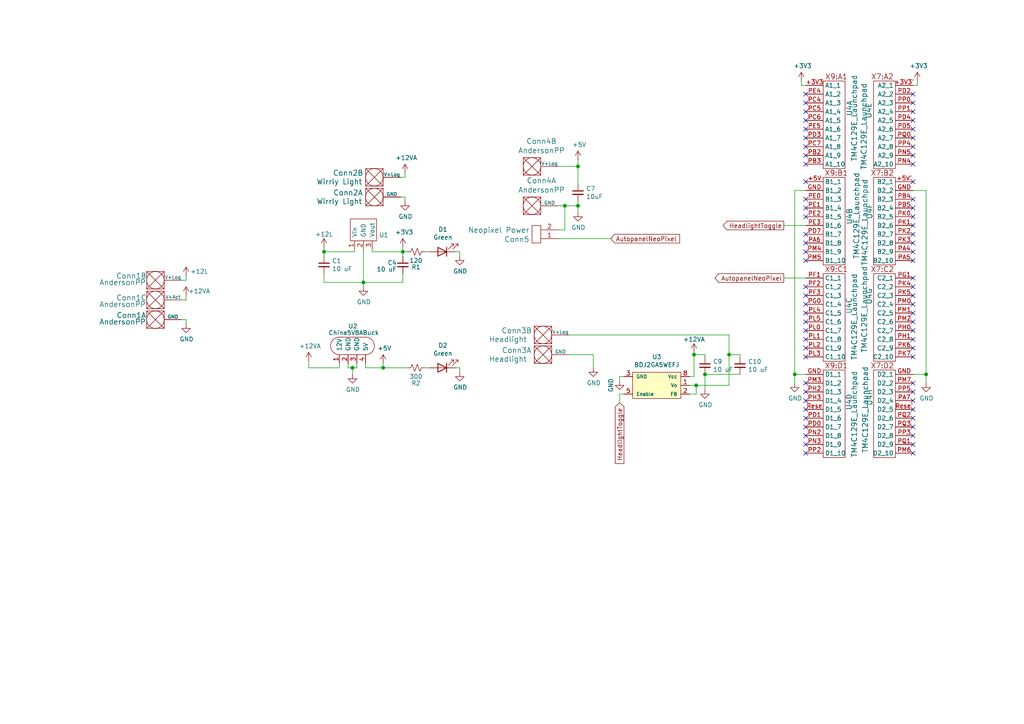
<source format=kicad_sch>
(kicad_sch (version 20211123) (generator eeschema)
  (paper "A4")
  (lib_symbols
    (symbol "2022-Multimedia-Rev1-rescue:+3.3V-power" (power) (pin_names (offset 0))
      (property "Value" "+3.3V-power" (at 0 3.556 0))
      (symbol "+3.3V-power_0_1"
        (polyline (pts (xy -0.762 1.27) (xy 0 2.54)))
        (polyline (pts (xy 0 0) (xy 0 2.54)))
        (polyline (pts (xy 0 2.54) (xy 0.762 1.27)))
      )
      (symbol "+3.3V-power_1_1"
        (pin power_in line (at 0 0 90) (length 0) hide (name "+3V3") (number "1"))
      )
    )
    (symbol "2022-Multimedia-Rev1-rescue:TSR1-2433-MRDT_Devices" (pin_names (offset 1.016))
      (property "Reference" "U" (at 10.16 0 0))
      (symbol "TSR1-2433-MRDT_Devices_0_0"
        (rectangle (start 2.54 3.81) (end 8.89 -3.81))
      )
      (symbol "TSR1-2433-MRDT_Devices_1_1"
        (pin input line (at 0 2.54 0) (length 2.54) (name "Vin") (number "1"))
        (pin input line (at 0 0 0) (length 2.54) (name "GND") (number "2"))
        (pin input line (at 0 -2.54 0) (length 2.54) (name "Vout") (number "3"))
      )
    )
    (symbol "Device:C_Small" (pin_numbers hide) (pin_names (offset 0.254) hide)
      (property "Reference" "C" (at 0.254 1.778 0))
      (property "Value" "C_Small" (at 0.254 -2.032 0))
      (symbol "C_Small_0_1"
        (polyline (pts (xy -1.524 -0.508) (xy 1.524 -0.508)) (stroke (width 0.3302)))
        (polyline (pts (xy -1.524 0.508) (xy 1.524 0.508)) (stroke (width 0.3048)))
      )
      (symbol "C_Small_1_1"
        (pin passive line (at 0 2.54 270) (length 2.032) (name "~") (number "1"))
        (pin passive line (at 0 -2.54 90) (length 2.032) (name "~") (number "2"))
      )
    )
    (symbol "Device:LED" (pin_numbers hide) (pin_names (offset 1.016) hide)
      (property "Reference" "D" (at 0 2.54 0))
      (property "Value" "LED" (at 0 -2.54 0))
      (symbol "LED_0_1"
        (polyline (pts (xy -1.27 -1.27) (xy -1.27 1.27)) (stroke (width 0.254)))
        (polyline (pts (xy -1.27 0) (xy 1.27 0)))
        (polyline (pts (xy 1.27 -1.27) (xy 1.27 1.27) (xy -1.27 0) (xy 1.27 -1.27)) (stroke (width 0.254)))
        (polyline (pts (xy -3.048 -0.762) (xy -4.572 -2.286) (xy -3.81 -2.286) (xy -4.572 -2.286) (xy -4.572 -1.524)))
        (polyline (pts (xy -1.778 -0.762) (xy -3.302 -2.286) (xy -2.54 -2.286) (xy -3.302 -2.286) (xy -3.302 -1.524)))
      )
      (symbol "LED_1_1"
        (pin passive line (at -3.81 0 0) (length 2.54) (name "K") (number "1"))
        (pin passive line (at 3.81 0 180) (length 2.54) (name "A") (number "2"))
      )
    )
    (symbol "Device:R_Small_US" (pin_numbers hide) (pin_names (offset 0.254) hide)
      (property "Reference" "R" (at 0.762 0.508 0))
      (property "Value" "R_Small_US" (at 0.762 -1.016 0))
      (symbol "R_Small_US_1_1"
        (polyline (pts (xy 0 0) (xy 1.016 -0.381) (xy 0 -0.762) (xy -1.016 -1.143) (xy 0 -1.524)))
        (polyline (pts (xy 0 1.524) (xy 1.016 1.143) (xy 0 0.762) (xy -1.016 0.381) (xy 0 0)))
        (pin passive line (at 0 2.54 270) (length 1.016) (name "~") (number "1"))
        (pin passive line (at 0 -2.54 90) (length 1.016) (name "~") (number "2"))
      )
    )
    (symbol "MRDT_Connectors:AndersonPP" (pin_numbers hide) (pin_names (offset 0))
      (property "Reference" "Conn" (at 3.81 -1.27 0))
      (property "Value" "AndersonPP" (at 2.54 6.35 0))
      (symbol "AndersonPP_0_1"
        (polyline (pts (xy 0 5.08) (xy 5.08 0)))
        (polyline (pts (xy 5.08 5.08) (xy 0 0)))
        (rectangle (start 0 0) (end 5.08 5.08))
        (circle (center 2.54 2.54) (radius 2.54))
      )
      (symbol "AndersonPP_1_1"
        (pin input line (at 10.16 2.54 180) (length 5.08) (name "GND") (number "1"))
      )
      (symbol "AndersonPP_2_1"
        (pin input line (at 10.16 2.54 180) (length 5.08) (name "V+Log") (number "2"))
      )
      (symbol "AndersonPP_3_1"
        (pin input line (at 10.16 2.54 180) (length 5.08) (name "V+Act") (number "3"))
      )
      (symbol "AndersonPP_4_1"
        (pin input line (at 10.16 2.54 180) (length 5.08) (name "PV+") (number "4"))
      )
      (symbol "AndersonPP_5_1"
        (pin input line (at 10.16 2.54 180) (length 5.08) (name "~") (number "1"))
      )
    )
    (symbol "MRDT_Connectors:Molex_uF_S_02" (pin_names (offset 1.016))
      (property "Reference" "Conn" (at 3.81 -1.27 0))
      (property "Value" "Molex_uF_S_02" (at 1.27 6.35 0))
      (symbol "Molex_uF_S_02_0_1"
        (rectangle (start 0 5.08) (end 2.54 0))
      )
      (symbol "Molex_uF_S_02_1_1"
        (pin bidirectional line (at -5.08 3.81 0) (length 5.08) (name "~") (number "1"))
        (pin bidirectional line (at -5.08 1.27 0) (length 5.08) (name "~") (number "2"))
      )
    )
    (symbol "MRDT_Shields:TM4C129E_Launchpad"
      (property "Reference" "U" (at 2.54 -1.27 0))
      (property "Value" "TM4C129E_Launchpad" (at 2.54 29.21 0))
      (symbol "TM4C129E_Launchpad_0_0"
        (rectangle (start 0 0) (end 6.35 25.4))
      )
      (symbol "TM4C129E_Launchpad_1_0"
        (text "X9:A1" (at 3.81 26.67 0) (effects (font (size 1.524 1.524))))
      )
      (symbol "TM4C129E_Launchpad_1_1"
        (pin input line (at -5.08 24.13 0) (length 5.08) (name "A1_1") (number "+3V3"))
        (pin input line (at -5.08 3.81 0) (length 5.08) (name "A1_9") (number "PB2"))
        (pin input line (at -5.08 1.27 0) (length 5.08) (name "A1_10") (number "PB3"))
        (pin input line (at -5.08 19.05 0) (length 5.08) (name "A1_3") (number "PC4"))
        (pin input line (at -5.08 16.51 0) (length 5.08) (name "A1_4") (number "PC5"))
        (pin input line (at -5.08 13.97 0) (length 5.08) (name "A1_5") (number "PC6"))
        (pin input line (at -5.08 6.35 0) (length 5.08) (name "A1_8") (number "PC7"))
        (pin input line (at -5.08 8.89 0) (length 5.08) (name "A1_7") (number "PD3"))
        (pin input line (at -5.08 21.59 0) (length 5.08) (name "A1_2") (number "PE4"))
        (pin input line (at -5.08 11.43 0) (length 5.08) (name "A1_6") (number "PE5"))
      )
      (symbol "TM4C129E_Launchpad_2_0"
        (text "X9:B1" (at 3.81 26.67 0) (effects (font (size 1.524 1.524))))
      )
      (symbol "TM4C129E_Launchpad_2_1"
        (pin input line (at -5.08 24.13 0) (length 5.08) (name "B1_1") (number "+5V"))
        (pin input line (at -5.08 21.59 0) (length 5.08) (name "B1_2") (number "GND"))
        (pin input line (at -5.08 6.35 0) (length 5.08) (name "B1_8") (number "PA6"))
        (pin input line (at -5.08 8.89 0) (length 5.08) (name "B1_7") (number "PD7"))
        (pin input line (at -5.08 19.05 0) (length 5.08) (name "B1_3") (number "PE0"))
        (pin input line (at -5.08 16.51 0) (length 5.08) (name "B1_4") (number "PE1"))
        (pin input line (at -5.08 13.97 0) (length 5.08) (name "B1_5") (number "PE2"))
        (pin input line (at -5.08 11.43 0) (length 5.08) (name "B1_6") (number "PE3"))
        (pin input line (at -5.08 3.81 0) (length 5.08) (name "B1_9") (number "PM4"))
        (pin input line (at -5.08 1.27 0) (length 5.08) (name "B1_10") (number "PM5"))
      )
      (symbol "TM4C129E_Launchpad_3_0"
        (text "X9:C1" (at 3.81 26.67 0) (effects (font (size 1.524 1.524))))
      )
      (symbol "TM4C129E_Launchpad_3_1"
        (pin input line (at -5.08 24.13 0) (length 5.08) (name "C1_1") (number "PF1"))
        (pin input line (at -5.08 21.59 0) (length 5.08) (name "C1_2") (number "PF2"))
        (pin input line (at -5.08 19.05 0) (length 5.08) (name "C1_3") (number "PF3"))
        (pin input line (at -5.08 16.51 0) (length 5.08) (name "C1_4") (number "PG0"))
        (pin input line (at -5.08 8.89 0) (length 5.08) (name "C1_7") (number "PL0"))
        (pin input line (at -5.08 6.35 0) (length 5.08) (name "C1_8") (number "PL1"))
        (pin input line (at -5.08 3.81 0) (length 5.08) (name "C1_9") (number "PL2"))
        (pin input line (at -5.08 1.27 0) (length 5.08) (name "C1_10") (number "PL3"))
        (pin input line (at -5.08 13.97 0) (length 5.08) (name "C1_5") (number "PL4"))
        (pin input line (at -5.08 11.43 0) (length 5.08) (name "C1_6") (number "PL5"))
      )
      (symbol "TM4C129E_Launchpad_4_0"
        (text "X9:D1" (at 3.81 26.67 0) (effects (font (size 1.524 1.524))))
      )
      (symbol "TM4C129E_Launchpad_4_1"
        (pin input line (at -5.08 24.13 0) (length 5.08) (name "D1_1") (number "GND"))
        (pin input line (at -5.08 8.89 0) (length 5.08) (name "D1_7") (number "PD0"))
        (pin input line (at -5.08 11.43 0) (length 5.08) (name "D1_6") (number "PD1"))
        (pin input line (at -5.08 19.05 0) (length 5.08) (name "D1_3") (number "PH2"))
        (pin input line (at -5.08 16.51 0) (length 5.08) (name "D1_4") (number "PH3"))
        (pin input line (at -5.08 21.59 0) (length 5.08) (name "D1_2") (number "PM3"))
        (pin input line (at -5.08 6.35 0) (length 5.08) (name "D1_8") (number "PN2"))
        (pin input line (at -5.08 3.81 0) (length 5.08) (name "D1_9") (number "PN3"))
        (pin input line (at -5.08 1.27 0) (length 5.08) (name "D1_10") (number "PP2"))
        (pin input line (at -5.08 13.97 0) (length 5.08) (name "D1_5") (number "Rese"))
      )
      (symbol "TM4C129E_Launchpad_5_0"
        (text "X7:A2" (at 3.81 26.67 0) (effects (font (size 1.524 1.524))))
      )
      (symbol "TM4C129E_Launchpad_5_1"
        (pin input line (at -5.08 24.13 0) (length 5.08) (name "A2_1") (number "+3V3'"))
        (pin input line (at -5.08 21.59 0) (length 5.08) (name "A2_2") (number "PD2"))
        (pin input line (at -5.08 13.97 0) (length 5.08) (name "A2_5") (number "PD4"))
        (pin input line (at -5.08 11.43 0) (length 5.08) (name "A2_6") (number "PD5"))
        (pin input line (at -5.08 1.27 0) (length 5.08) (name "A2_10") (number "PN4"))
        (pin input line (at -5.08 3.81 0) (length 5.08) (name "A2_9") (number "PN5"))
        (pin input line (at -5.08 19.05 0) (length 5.08) (name "A2_3") (number "PP0"))
        (pin input line (at -5.08 16.51 0) (length 5.08) (name "A2_4") (number "PP1"))
        (pin input line (at -5.08 6.35 0) (length 5.08) (name "A2_8") (number "PP4"))
        (pin input line (at -5.08 8.89 0) (length 5.08) (name "A2_7") (number "PQ0"))
      )
      (symbol "TM4C129E_Launchpad_6_0"
        (text "X7:B2" (at 3.81 26.67 0) (effects (font (size 1.524 1.524))))
      )
      (symbol "TM4C129E_Launchpad_6_1"
        (pin input line (at -5.08 24.13 0) (length 5.08) (name "B2_1") (number "+5V'"))
        (pin input line (at -5.08 21.59 0) (length 5.08) (name "B2_2") (number "GND"))
        (pin input line (at -5.08 3.81 0) (length 5.08) (name "B2_9") (number "PA4"))
        (pin input line (at -5.08 1.27 0) (length 5.08) (name "B2_10") (number "PA5"))
        (pin input line (at -5.08 19.05 0) (length 5.08) (name "B2_3") (number "PB4"))
        (pin input line (at -5.08 16.51 0) (length 5.08) (name "B2_4") (number "PB5"))
        (pin input line (at -5.08 13.97 0) (length 5.08) (name "B2_5") (number "PK0"))
        (pin input line (at -5.08 11.43 0) (length 5.08) (name "B2_6") (number "PK1"))
        (pin input line (at -5.08 8.89 0) (length 5.08) (name "B2_7") (number "PK2"))
        (pin input line (at -5.08 6.35 0) (length 5.08) (name "B2_8") (number "PK3"))
      )
      (symbol "TM4C129E_Launchpad_7_0"
        (text "X7:C2" (at 3.81 26.67 0) (effects (font (size 1.524 1.524))))
      )
      (symbol "TM4C129E_Launchpad_7_1"
        (pin input line (at -5.08 24.13 0) (length 5.08) (name "C2_1") (number "PG1"))
        (pin input line (at -5.08 8.89 0) (length 5.08) (name "C2_7") (number "PH0"))
        (pin input line (at -5.08 6.35 0) (length 5.08) (name "C2_8") (number "PH1"))
        (pin input line (at -5.08 21.59 0) (length 5.08) (name "C2_2") (number "PK4"))
        (pin input line (at -5.08 19.05 0) (length 5.08) (name "C2_3") (number "PK5"))
        (pin input line (at -5.08 3.81 0) (length 5.08) (name "C2_9") (number "PK6"))
        (pin input line (at -5.08 1.27 0) (length 5.08) (name "C2_10") (number "PK7"))
        (pin input line (at -5.08 16.51 0) (length 5.08) (name "C2_4") (number "PM0"))
        (pin input line (at -5.08 13.97 0) (length 5.08) (name "C2_5") (number "PM1"))
        (pin input line (at -5.08 11.43 0) (length 5.08) (name "C2_6") (number "PM2"))
      )
      (symbol "TM4C129E_Launchpad_8_0"
        (text "X7:D2" (at 3.81 26.67 0) (effects (font (size 1.524 1.524))))
      )
      (symbol "TM4C129E_Launchpad_8_1"
        (pin input line (at -5.08 24.13 0) (length 5.08) (name "D2_1") (number "GND"))
        (pin input line (at -5.08 16.51 0) (length 5.08) (name "D2_4") (number "PA7"))
        (pin input line (at -5.08 1.27 0) (length 5.08) (name "D2_10") (number "PM6"))
        (pin input line (at -5.08 21.59 0) (length 5.08) (name "D2_2") (number "PM7"))
        (pin input line (at -5.08 6.35 0) (length 5.08) (name "D2_8") (number "PP3"))
        (pin input line (at -5.08 19.05 0) (length 5.08) (name "D2_3") (number "PP5"))
        (pin input line (at -5.08 3.81 0) (length 5.08) (name "D2_9") (number "PQ1"))
        (pin input line (at -5.08 11.43 0) (length 5.08) (name "D2_6") (number "PQ2"))
        (pin input line (at -5.08 8.89 0) (length 5.08) (name "D2_7") (number "PQ3"))
        (pin input line (at -5.08 13.97 0) (length 5.08) (name "D2_5") (number "Rese'"))
      )
    )
    (symbol "Multimedia_IC:BDJ2GA5WEFJ" (pin_names (offset 1.016))
      (property "Reference" "U" (at 0 -4.445 0))
      (property "Value" "BDJ2GA5WEFJ" (at 0.635 -6.35 0))
      (symbol "BDJ2GA5WEFJ_0_0"
        (rectangle (start -6.35 -15.24) (end 7.62 -7.62) (fill (type background)))
      )
      (symbol "BDJ2GA5WEFJ_1_1"
        (pin output line (at 10.16 -11.43 180) (length 2.54) (name "Vo") (number "1"))
        (pin output line (at 10.16 -13.97 180) (length 2.54) (name "FB") (number "2"))
        (pin power_out line (at -8.89 -8.89 0) (length 2.54) (name "GND") (number "3"))
        (pin input line (at -8.89 -13.97 0) (length 2.54) (name "Enable") (number "5"))
        (pin input line (at 10.16 -8.89 180) (length 2.54) (name "Vcc") (number "8"))
      )
    )
    (symbol "Multimedia_IC:China5V8ABuck" (pin_names (offset 1.016))
      (property "Reference" "U" (at 0 2.54 0))
      (property "Value" "China5V8ABuck" (at 0 0 0))
      (symbol "China5V8ABuck_0_1"
        (arc (start -3.81 -2.54) (mid -6.35 -5.08) (end -3.81 -7.62))
        (polyline (pts (xy -3.81 -7.62) (xy 3.81 -7.62)))
        (polyline (pts (xy 3.81 -2.54) (xy -3.81 -2.54)))
        (arc (start 3.81 -7.62) (mid 6.35 -5.08) (end 3.81 -2.54))
      )
      (symbol "China5V8ABuck_1_1"
        (pin input line (at -3.81 -10.16 90) (length 2.54) (name "12V") (number "1"))
        (pin input line (at -1.27 -10.16 90) (length 2.54) (name "GND") (number "2"))
        (pin output line (at 1.27 -10.16 90) (length 2.54) (name "GND") (number "3"))
        (pin output line (at 3.81 -10.16 90) (length 2.54) (name "5V") (number "4"))
      )
    )
    (symbol "power:+12L" (power) (pin_names (offset 0))
      (property "Value" "+12L" (at 0 3.556 0))
      (symbol "+12L_0_1"
        (polyline (pts (xy -0.762 1.27) (xy 0 2.54)))
        (polyline (pts (xy 0 0) (xy 0 2.54)))
        (polyline (pts (xy 0 2.54) (xy 0.762 1.27)))
      )
      (symbol "+12L_1_1"
        (pin power_in line (at 0 0 90) (length 0) hide (name "+12L") (number "1"))
      )
    )
    (symbol "power:+12VA" (power) (pin_names (offset 0))
      (property "Value" "+12VA" (at 0 3.556 0))
      (symbol "+12VA_0_1"
        (polyline (pts (xy -0.762 1.27) (xy 0 2.54)))
        (polyline (pts (xy 0 0) (xy 0 2.54)))
        (polyline (pts (xy 0 2.54) (xy 0.762 1.27)))
      )
      (symbol "+12VA_1_1"
        (pin power_in line (at 0 0 90) (length 0) hide (name "+12VA") (number "1"))
      )
    )
    (symbol "power:+5V" (power) (pin_names (offset 0))
      (property "Value" "+5V" (at 0 3.556 0))
      (symbol "+5V_0_1"
        (polyline (pts (xy -0.762 1.27) (xy 0 2.54)))
        (polyline (pts (xy 0 0) (xy 0 2.54)))
        (polyline (pts (xy 0 2.54) (xy 0.762 1.27)))
      )
      (symbol "+5V_1_1"
        (pin power_in line (at 0 0 90) (length 0) hide (name "+5V") (number "1"))
      )
    )
    (symbol "power:GND" (power) (pin_names (offset 0))
      (property "Value" "GND" (at 0 -3.81 0))
      (symbol "GND_0_1"
        (polyline (pts (xy 0 0) (xy 0 -1.27) (xy 1.27 -1.27) (xy 0 -2.54) (xy -1.27 -1.27) (xy 0 -1.27)))
      )
      (symbol "GND_1_1"
        (pin power_in line (at 0 0 270) (length 0) hide (name "GND") (number "1"))
      )
    )
  )
  (junction (at 102.235 106.68))
  (junction (at 111.125 106.68))
  (junction (at 201.295 102.87))
  (junction (at 116.84 73.025))
  (junction (at 105.41 81.915))
  (junction (at 163.83 59.69))
  (junction (at 211.455 102.87))
  (junction (at 93.98 73.025))
  (junction (at 204.47 108.585))
  (junction (at 268.605 108.585))
  (junction (at 201.93 111.76))
  (junction (at 230.505 108.585))
  (junction (at 167.64 48.26))
  (junction (at 167.64 59.69))
  (no_connect (at 233.68 60.325))
  (no_connect (at 264.795 34.925))
  (no_connect (at 233.68 111.125))
  (no_connect (at 264.795 131.445))
  (no_connect (at 233.68 128.905))
  (no_connect (at 264.795 27.305))
  (no_connect (at 264.795 75.565))
  (no_connect (at 264.795 93.345))
  (no_connect (at 264.795 128.905))
  (no_connect (at 233.68 70.485))
  (no_connect (at 264.795 47.625))
  (no_connect (at 264.795 95.885))
  (no_connect (at 233.68 40.005))
  (no_connect (at 233.68 95.885))
  (no_connect (at 233.68 93.345))
  (no_connect (at 233.68 118.745))
  (no_connect (at 264.795 32.385))
  (no_connect (at 264.795 80.645))
  (no_connect (at 233.68 88.265))
  (no_connect (at 233.68 42.545))
  (no_connect (at 264.795 85.725))
  (no_connect (at 233.68 62.865))
  (no_connect (at 264.795 113.665))
  (no_connect (at 264.795 65.405))
  (no_connect (at 264.795 60.325))
  (no_connect (at 264.795 123.825))
  (no_connect (at 264.795 118.745))
  (no_connect (at 233.68 34.925))
  (no_connect (at 233.68 85.725))
  (no_connect (at 233.68 47.625))
  (no_connect (at 233.68 90.805))
  (no_connect (at 264.795 83.185))
  (no_connect (at 264.795 62.865))
  (no_connect (at 233.68 121.285))
  (no_connect (at 264.795 98.425))
  (no_connect (at 233.68 73.025))
  (no_connect (at 233.68 98.425))
  (no_connect (at 233.68 32.385))
  (no_connect (at 264.795 70.485))
  (no_connect (at 264.795 116.205))
  (no_connect (at 264.795 40.005))
  (no_connect (at 264.795 45.085))
  (no_connect (at 233.68 29.845))
  (no_connect (at 233.68 131.445))
  (no_connect (at 264.795 67.945))
  (no_connect (at 264.795 29.845))
  (no_connect (at 264.795 37.465))
  (no_connect (at 233.68 67.945))
  (no_connect (at 233.68 75.565))
  (no_connect (at 233.68 45.085))
  (no_connect (at 264.795 126.365))
  (no_connect (at 233.68 37.465))
  (no_connect (at 233.68 126.365))
  (no_connect (at 233.68 123.825))
  (no_connect (at 264.795 52.705))
  (no_connect (at 233.68 113.665))
  (no_connect (at 264.795 103.505))
  (no_connect (at 233.68 83.185))
  (no_connect (at 264.795 90.805))
  (no_connect (at 233.68 27.305))
  (no_connect (at 264.795 121.285))
  (no_connect (at 233.68 52.705))
  (no_connect (at 264.795 73.025))
  (no_connect (at 233.68 103.505))
  (no_connect (at 233.68 100.965))
  (no_connect (at 233.68 57.785))
  (no_connect (at 264.795 57.785))
  (no_connect (at 264.795 111.125))
  (no_connect (at 264.795 100.965))
  (no_connect (at 264.795 88.265))
  (no_connect (at 233.68 116.205))
  (no_connect (at 264.795 42.545))
  (wire (pts (xy 116.84 74.295) (xy 116.84 73.025)))
  (wire (pts (xy 204.47 113.03) (xy 204.47 108.585)))
  (wire (pts (xy 230.505 108.585) (xy 230.505 111.125)))
  (wire (pts (xy 167.64 48.26) (xy 167.64 46.355)))
  (wire (pts (xy 103.505 105.41) (xy 103.505 106.68)))
  (wire (pts (xy 93.98 73.025) (xy 93.98 71.755)))
  (wire (pts (xy 161.925 69.215) (xy 177.165 69.215)))
  (wire (pts (xy 107.95 73.025) (xy 107.95 72.39)))
  (wire (pts (xy 214.63 108.585) (xy 204.47 108.585)))
  (wire (pts (xy 53.975 81.28) (xy 53.975 80.01)))
  (wire (pts (xy 264.795 24.765) (xy 266.065 24.765)))
  (wire (pts (xy 89.535 106.68) (xy 89.535 104.775)))
  (wire (pts (xy 117.475 57.15) (xy 117.475 58.42)))
  (wire (pts (xy 100.965 106.68) (xy 100.965 105.41)))
  (wire (pts (xy 102.235 106.68) (xy 102.235 108.585)))
  (wire (pts (xy 117.475 51.435) (xy 117.475 50.165)))
  (wire (pts (xy 165.1 102.87) (xy 172.085 102.87)))
  (wire (pts (xy 201.93 111.76) (xy 211.455 111.76)))
  (wire (pts (xy 211.455 102.87) (xy 214.63 102.87)))
  (wire (pts (xy 204.47 102.87) (xy 204.47 103.505)))
  (wire (pts (xy 200.025 111.76) (xy 201.93 111.76)))
  (wire (pts (xy 268.605 108.585) (xy 268.605 111.125)))
  (wire (pts (xy 132.08 73.025) (xy 133.35 73.025)))
  (wire (pts (xy 102.87 72.39) (xy 102.87 73.025)))
  (wire (pts (xy 116.84 81.915) (xy 105.41 81.915)))
  (wire (pts (xy 53.975 86.995) (xy 53.975 85.725)))
  (wire (pts (xy 93.98 73.025) (xy 93.98 74.295)))
  (wire (pts (xy 111.125 106.68) (xy 106.045 106.68)))
  (wire (pts (xy 106.045 106.68) (xy 106.045 105.41)))
  (wire (pts (xy 214.63 102.87) (xy 214.63 103.505)))
  (wire (pts (xy 211.455 102.87) (xy 211.455 111.76)))
  (wire (pts (xy 201.295 102.87) (xy 204.47 102.87)))
  (wire (pts (xy 211.455 102.87) (xy 211.455 97.155)))
  (wire (pts (xy 167.64 59.69) (xy 167.64 58.42)))
  (wire (pts (xy 163.83 66.675) (xy 161.925 66.675)))
  (wire (pts (xy 179.705 109.22) (xy 179.705 110.49)))
  (wire (pts (xy 133.35 73.025) (xy 133.35 74.295)))
  (wire (pts (xy 161.925 59.69) (xy 163.83 59.69)))
  (wire (pts (xy 52.705 81.28) (xy 53.975 81.28)))
  (wire (pts (xy 93.98 73.025) (xy 102.87 73.025)))
  (wire (pts (xy 105.41 72.39) (xy 105.41 81.915)))
  (wire (pts (xy 268.605 55.245) (xy 268.605 108.585)))
  (wire (pts (xy 52.705 86.995) (xy 53.975 86.995)))
  (wire (pts (xy 133.35 106.68) (xy 133.35 107.95)))
  (wire (pts (xy 179.705 114.3) (xy 179.705 116.84)))
  (wire (pts (xy 98.425 105.41) (xy 98.425 106.68)))
  (wire (pts (xy 180.975 114.3) (xy 179.705 114.3)))
  (wire (pts (xy 116.84 73.025) (xy 118.11 73.025)))
  (wire (pts (xy 232.41 24.765) (xy 233.68 24.765)))
  (wire (pts (xy 163.83 59.69) (xy 163.83 66.675)))
  (wire (pts (xy 132.08 106.68) (xy 133.35 106.68)))
  (wire (pts (xy 233.68 108.585) (xy 230.505 108.585)))
  (wire (pts (xy 116.205 57.15) (xy 117.475 57.15)))
  (wire (pts (xy 180.975 109.22) (xy 179.705 109.22)))
  (wire (pts (xy 93.98 81.915) (xy 105.41 81.915)))
  (wire (pts (xy 163.83 59.69) (xy 167.64 59.69)))
  (wire (pts (xy 232.41 23.495) (xy 232.41 24.765)))
  (wire (pts (xy 53.975 92.71) (xy 53.975 93.98)))
  (wire (pts (xy 116.205 51.435) (xy 117.475 51.435)))
  (wire (pts (xy 200.025 109.22) (xy 201.295 109.22)))
  (wire (pts (xy 105.41 81.915) (xy 105.41 83.185)))
  (wire (pts (xy 264.795 108.585) (xy 268.605 108.585)))
  (wire (pts (xy 98.425 106.68) (xy 89.535 106.68)))
  (wire (pts (xy 123.19 106.68) (xy 124.46 106.68)))
  (wire (pts (xy 111.125 106.68) (xy 111.125 105.41)))
  (wire (pts (xy 172.085 102.87) (xy 172.085 106.68)))
  (wire (pts (xy 167.64 53.34) (xy 167.64 48.26)))
  (wire (pts (xy 201.295 102.87) (xy 201.295 109.22)))
  (wire (pts (xy 233.68 65.405) (xy 227.33 65.405)))
  (wire (pts (xy 165.1 97.155) (xy 211.455 97.155)))
  (wire (pts (xy 116.84 71.755) (xy 116.84 73.025)))
  (wire (pts (xy 167.64 59.69) (xy 167.64 61.595)))
  (wire (pts (xy 201.93 114.3) (xy 201.93 111.76)))
  (wire (pts (xy 103.505 106.68) (xy 102.235 106.68)))
  (wire (pts (xy 52.705 92.71) (xy 53.975 92.71)))
  (wire (pts (xy 107.95 73.025) (xy 116.84 73.025)))
  (wire (pts (xy 123.19 73.025) (xy 124.46 73.025)))
  (wire (pts (xy 230.505 55.245) (xy 233.68 55.245)))
  (wire (pts (xy 116.84 79.375) (xy 116.84 81.915)))
  (wire (pts (xy 93.98 79.375) (xy 93.98 81.915)))
  (wire (pts (xy 230.505 55.245) (xy 230.505 108.585)))
  (wire (pts (xy 201.295 102.235) (xy 201.295 102.87)))
  (wire (pts (xy 266.065 24.765) (xy 266.065 23.495)))
  (wire (pts (xy 167.64 48.26) (xy 161.925 48.26)))
  (wire (pts (xy 102.235 106.68) (xy 100.965 106.68)))
  (wire (pts (xy 118.11 106.68) (xy 111.125 106.68)))
  (wire (pts (xy 200.025 114.3) (xy 201.93 114.3)))
  (wire (pts (xy 264.795 55.245) (xy 268.605 55.245)))
  (wire (pts (xy 233.68 80.645) (xy 227.33 80.645)))
  (global_label "HeadlightToggle" (shape input) (at 179.705 116.84 270) (property "Intersheet References" "${INTERSHEET_REFS}" (effects hide)))
  (global_label "AutopanelNeoPixel" (shape output) (at 227.33 80.645 180) (property "Intersheet References" "${INTERSHEET_REFS}" (effects hide)))
  (global_label "HeadlightToggle" (shape output) (at 227.33 65.405 180) (property "Intersheet References" "${INTERSHEET_REFS}" (effects hide)))
  (global_label "AutopanelNeoPixel" (shape input) (at 177.165 69.215 0) (property "Intersheet References" "${INTERSHEET_REFS}" (effects hide)))
  (symbol (lib_id "MRDT_Shields:TM4C129E_Launchpad") (at 238.76 48.895 0) (unit 1)
    (property "Reference" "U4" (at 246.4054 33.7058 90) (effects (font (size 1.524 1.524)) (justify left)))
    (property "Value" "TM4C129E_Launchpad" (at 247.777 46.863 90) (effects (font (size 1.524 1.524)) (justify left)))
    (property "Footprint" "MRDT_Shields:TM4C129E_Launchpad_FULL_SMD_BOTTOM" (effects hide))
  )
  (symbol (lib_id "MRDT_Shields:TM4C129E_Launchpad") (at 238.76 76.835 0) (unit 2)
    (property "Reference" "U4" (at 246.38 65.151 90) (effects (font (size 1.524 1.524)) (justify left)))
    (property "Value" "TM4C129E_Launchpad" (at 248.412 75.184 90) (effects (font (size 1.524 1.524)) (justify left)))
    (property "Footprint" "MRDT_Shields:TM4C129E_Launchpad_FULL_SMD_BOTTOM" (effects hide))
  )
  (symbol (lib_id "MRDT_Shields:TM4C129E_Launchpad") (at 238.76 104.775 0) (unit 3)
    (property "Reference" "U4" (at 246.253 91.059 90) (effects (font (size 1.524 1.524)) (justify left)))
    (property "Value" "TM4C129E_Launchpad" (at 247.777 104.521 90) (effects (font (size 1.524 1.524)) (justify left)))
    (property "Footprint" "MRDT_Shields:TM4C129E_Launchpad_FULL_SMD_BOTTOM" (effects hide))
  )
  (symbol (lib_id "MRDT_Shields:TM4C129E_Launchpad") (at 238.76 132.715 0) (unit 4)
    (property "Reference" "U4" (at 246.253 118.999 90) (effects (font (size 1.524 1.524)) (justify left)))
    (property "Value" "TM4C129E_Launchpad" (at 247.777 132.715 90) (effects (font (size 1.524 1.524)) (justify left)))
    (property "Footprint" "MRDT_Shields:TM4C129E_Launchpad_FULL_SMD_BOTTOM" (effects hide))
  )
  (symbol (lib_id "MRDT_Shields:TM4C129E_Launchpad") (at 259.715 48.895 0) (mirror y) (unit 5)
    (property "Reference" "U4" (at 251.968 34.417 90) (effects (font (size 1.524 1.524)) (justify left)))
    (property "Value" "TM4C129E_Launchpad" (at 250.571 49.276 90) (effects (font (size 1.524 1.524)) (justify left)))
    (property "Footprint" "MRDT_Shields:TM4C129E_Launchpad_FULL_SMD_BOTTOM" (effects hide))
  )
  (symbol (lib_id "MRDT_Shields:TM4C129E_Launchpad") (at 259.715 76.835 0) (mirror y) (unit 6)
    (property "Reference" "U4" (at 252.222 63.627 90) (effects (font (size 1.524 1.524)) (justify left)))
    (property "Value" "TM4C129E_Launchpad" (at 250.825 77.089 90) (effects (font (size 1.524 1.524)) (justify left)))
    (property "Footprint" "MRDT_Shields:TM4C129E_Launchpad_FULL_SMD_BOTTOM" (effects hide))
  )
  (symbol (lib_id "MRDT_Shields:TM4C129E_Launchpad") (at 259.715 104.775 0) (mirror y) (unit 7)
    (property "Reference" "U4" (at 252.095 88.392 90) (effects (font (size 1.524 1.524)) (justify left)))
    (property "Value" "TM4C129E_Launchpad" (at 250.698 102.362 90) (effects (font (size 1.524 1.524)) (justify left)))
    (property "Footprint" "MRDT_Shields:TM4C129E_Launchpad_FULL_SMD_BOTTOM" (effects hide))
  )
  (symbol (lib_id "MRDT_Shields:TM4C129E_Launchpad") (at 259.715 132.715 0) (mirror y) (unit 8)
    (property "Reference" "U4" (at 252.222 117.729 90) (effects (font (size 1.524 1.524)) (justify left)))
    (property "Value" "TM4C129E_Launchpad" (at 250.952 131.445 90) (effects (font (size 1.524 1.524)) (justify left)))
    (property "Footprint" "MRDT_Shields:TM4C129E_Launchpad_FULL_SMD_BOTTOM" (effects hide))
  )
  (symbol (lib_id "MRDT_Connectors:AndersonPP") (at 42.545 95.25 0) (unit 1)
    (property "Reference" "Conn1" (at 38.1 91.44 0) (effects (font (size 1.524 1.524))))
    (property "Value" "AndersonPP" (at 35.56 93.345 0) (effects (font (size 1.524 1.524))))
    (property "Footprint" "MRDT_Connectors:Square_Anderson_3_H_Side_By_Side" (effects hide))
  )
  (symbol (lib_id "MRDT_Connectors:AndersonPP") (at 42.545 83.82 0) (unit 2)
    (property "Reference" "Conn1" (at 38.1 80.01 0) (effects (font (size 1.524 1.524))))
    (property "Value" "AndersonPP" (at 35.56 81.915 0) (effects (font (size 1.524 1.524))))
    (property "Footprint" "MRDT_Connectors:Square_Anderson_3_H_Side_By_Side" (effects hide))
  )
  (symbol (lib_id "MRDT_Connectors:AndersonPP") (at 42.545 89.535 0) (unit 3)
    (property "Reference" "Conn1" (at 38.1 86.36 0) (effects (font (size 1.524 1.524))))
    (property "Value" "AndersonPP" (at 35.56 88.265 0) (effects (font (size 1.524 1.524))))
    (property "Footprint" "MRDT_Connectors:Square_Anderson_3_H_Side_By_Side" (effects hide))
  )
  (symbol (lib_id "Device:C_Small") (at 93.98 76.835 0) (unit 1)
    (property "Reference" "C1" (at 96.3168 75.6666 0) (effects (justify left)))
    (property "Value" "10 uF" (at 96.3168 77.978 0) (effects (justify left)))
    (property "Footprint" "Capacitor_SMD:C_0603_1608Metric_Pad1.05x0.95mm_HandSolder" (effects hide))
  )
  (symbol (lib_id "Device:C_Small") (at 116.84 76.835 0) (unit 1)
    (property "Reference" "C4" (at 112.395 76.2 0) (effects (justify left)))
    (property "Value" "10 uF" (at 109.22 78.105 0) (effects (justify left)))
    (property "Footprint" "Capacitor_SMD:C_0603_1608Metric_Pad1.05x0.95mm_HandSolder" (effects hide))
  )
  (symbol (lib_id "Device:R_Small_US") (at 120.65 73.025 270) (unit 1)
    (property "Reference" "R1" (at 120.65 77.47 90))
    (property "Value" "120" (at 120.65 75.565 90))
    (property "Footprint" "Resistor_SMD:R_0603_1608Metric_Pad1.05x0.95mm_HandSolder" (effects hide))
  )
  (symbol (lib_id "Device:LED") (at 128.27 73.025 180) (unit 1)
    (property "Reference" "D1" (at 128.4478 66.548 0))
    (property "Value" "Green" (at 128.4478 68.8594 0))
    (property "Footprint" "Diode_SMD:D_0603_1608Metric_Pad1.05x0.95mm_HandSolder" (effects hide))
  )
  (symbol (lib_id "power:GND") (at 133.35 74.295 0) (unit 1)
    (property "Reference" "#PWR0101" (effects hide))
    (property "Value" "GND" (at 133.477 78.6892 0))
  )
  (symbol (lib_id "power:GND") (at 105.41 83.185 0) (unit 1)
    (property "Reference" "#PWR0102" (effects hide))
    (property "Value" "GND" (at 105.537 87.5792 0))
  )
  (symbol (lib_id "2022-Multimedia-Rev1-rescue:+3.3V-power") (at 116.84 71.755 0) (unit 1)
    (property "Reference" "#PWR0103" (effects hide))
    (property "Value" "+3.3V" (at 117.221 67.3608 0))
  )
  (symbol (lib_id "Device:R_Small_US") (at 120.65 106.68 270) (unit 1)
    (property "Reference" "R2" (at 120.65 111.125 90))
    (property "Value" "300" (at 120.65 109.22 90))
    (property "Footprint" "Resistor_SMD:R_0603_1608Metric_Pad1.05x0.95mm_HandSolder" (effects hide))
  )
  (symbol (lib_id "Device:LED") (at 128.27 106.68 180) (unit 1)
    (property "Reference" "D2" (at 128.4478 100.203 0))
    (property "Value" "Green" (at 128.4478 102.5144 0))
    (property "Footprint" "Diode_SMD:D_0603_1608Metric_Pad1.05x0.95mm_HandSolder" (effects hide))
  )
  (symbol (lib_id "power:GND") (at 133.35 107.95 0) (unit 1)
    (property "Reference" "#PWR0104" (effects hide))
    (property "Value" "GND" (at 133.477 112.3442 0))
  )
  (symbol (lib_id "power:+12L") (at 53.975 80.01 0) (unit 1)
    (property "Reference" "#PWR0107" (effects hide))
    (property "Value" "+12L" (at 57.785 78.74 0))
  )
  (symbol (lib_id "power:+12VA") (at 53.975 85.725 0) (unit 1)
    (property "Reference" "#PWR0109" (effects hide))
    (property "Value" "+12VA" (at 57.785 84.455 0))
  )
  (symbol (lib_id "power:GND") (at 53.975 93.98 0) (unit 1)
    (property "Reference" "#PWR0108" (effects hide))
    (property "Value" "GND" (at 54.102 98.3742 0))
  )
  (symbol (lib_id "power:+12L") (at 93.98 71.755 0) (unit 1)
    (property "Reference" "#PWR0111" (effects hide))
    (property "Value" "+12L" (at 93.98 67.945 0))
  )
  (symbol (lib_id "2022-Multimedia-Rev1-rescue:+3.3V-power") (at 232.41 23.495 0) (unit 1)
    (property "Reference" "#PWR0112" (effects hide))
    (property "Value" "+3.3V" (at 232.791 19.1008 0))
  )
  (symbol (lib_id "2022-Multimedia-Rev1-rescue:+3.3V-power") (at 266.065 23.495 0) (unit 1)
    (property "Reference" "#PWR0113" (effects hide))
    (property "Value" "+3.3V" (at 266.446 19.1008 0))
  )
  (symbol (lib_id "power:GND") (at 230.505 111.125 0) (unit 1)
    (property "Reference" "#PWR0114" (effects hide))
    (property "Value" "GND" (at 230.632 115.5192 0))
  )
  (symbol (lib_id "power:GND") (at 268.605 111.125 0) (unit 1)
    (property "Reference" "#PWR0115" (effects hide))
    (property "Value" "GND" (at 268.732 115.5192 0))
  )
  (symbol (lib_id "Device:C_Small") (at 167.64 55.88 0) (unit 1)
    (property "Reference" "C7" (at 169.9768 54.7116 0) (effects (justify left)))
    (property "Value" "10uF" (at 169.9768 57.023 0) (effects (justify left)))
    (property "Footprint" "Capacitor_SMD:C_0603_1608Metric_Pad1.05x0.95mm_HandSolder" (effects hide))
  )
  (symbol (lib_id "power:GND") (at 179.705 110.49 0) (unit 1)
    (property "Reference" "#PWR0120" (effects hide))
    (property "Value" "GND" (at 177.165 111.76 90))
  )
  (symbol (lib_id "Multimedia_IC:BDJ2GA5WEFJ") (at 189.865 100.33 0) (unit 1)
    (property "Reference" "U3" (at 190.5 103.505 0))
    (property "Value" "BDJ2GA5WEFJ" (at 190.5 105.8164 0))
    (property "Footprint" "Package_SO:SOIC-8-1EP_3.9x4.9mm_P1.27mm_EP2.29x3mm" (effects hide))
  )
  (symbol (lib_id "power:+12VA") (at 201.295 102.235 0) (unit 1)
    (property "Reference" "#PWR0121" (effects hide))
    (property "Value" "+12VA" (at 201.295 98.425 0))
  )
  (symbol (lib_id "power:GND") (at 172.085 106.68 0) (unit 1)
    (property "Reference" "#PWR0122" (effects hide))
    (property "Value" "GND" (at 172.212 111.0742 0))
  )
  (symbol (lib_id "Device:C_Small") (at 204.47 106.045 0) (unit 1)
    (property "Reference" "C9" (at 206.8068 104.8766 0) (effects (justify left)))
    (property "Value" "10 uF" (at 206.8068 107.188 0) (effects (justify left)))
    (property "Footprint" "Capacitor_SMD:C_0603_1608Metric_Pad1.05x0.95mm_HandSolder" (effects hide))
  )
  (symbol (lib_id "Device:C_Small") (at 214.63 106.045 0) (unit 1)
    (property "Reference" "C10" (at 216.9668 104.8766 0) (effects (justify left)))
    (property "Value" "10 uF" (at 216.9668 107.188 0) (effects (justify left)))
    (property "Footprint" "Capacitor_SMD:C_0603_1608Metric_Pad1.05x0.95mm_HandSolder" (effects hide))
  )
  (symbol (lib_id "MRDT_Connectors:AndersonPP") (at 106.045 59.69 0) (unit 1)
    (property "Reference" "Conn2" (at 100.965 55.88 0) (effects (font (size 1.524 1.524))))
    (property "Value" "Wirrly Light" (at 98.425 58.42 0) (effects (font (size 1.524 1.524))))
    (property "Footprint" "MRDT_Connectors:Square_Anderson_2_H_Side_By_Side" (effects hide))
  )
  (symbol (lib_id "MRDT_Connectors:AndersonPP") (at 106.045 53.975 0) (unit 2)
    (property "Reference" "Conn2" (at 100.965 50.165 0) (effects (font (size 1.524 1.524))))
    (property "Value" "Wirrly Light" (at 98.425 52.705 0) (effects (font (size 1.524 1.524))))
    (property "Footprint" "MRDT_Connectors:Square_Anderson_2_H_Side_By_Side" (effects hide))
  )
  (symbol (lib_id "power:GND") (at 117.475 58.42 0) (unit 1)
    (property "Reference" "#PWR02" (effects hide))
    (property "Value" "GND" (at 117.602 62.8142 0))
  )
  (symbol (lib_id "power:+12VA") (at 117.475 50.165 0) (unit 1)
    (property "Reference" "#PWR01" (effects hide))
    (property "Value" "+12VA" (at 117.856 45.7708 0))
  )
  (symbol (lib_id "MRDT_Connectors:AndersonPP") (at 154.94 105.41 0) (unit 1)
    (property "Reference" "Conn3" (at 149.86 101.6 0) (effects (font (size 1.524 1.524))))
    (property "Value" "Headlight" (at 147.32 104.14 0) (effects (font (size 1.524 1.524))))
    (property "Footprint" "MRDT_Connectors:Square_Anderson_2_H_Side_By_Side" (effects hide))
  )
  (symbol (lib_id "MRDT_Connectors:AndersonPP") (at 154.94 99.695 0) (unit 2)
    (property "Reference" "Conn3" (at 149.86 95.885 0) (effects (font (size 1.524 1.524))))
    (property "Value" "Headlight" (at 147.32 98.425 0) (effects (font (size 1.524 1.524))))
    (property "Footprint" "MRDT_Connectors:Square_Anderson_2_H_Side_By_Side" (effects hide))
  )
  (symbol (lib_id "power:GND") (at 204.47 113.03 0) (unit 1)
    (property "Reference" "#PWR021" (effects hide))
    (property "Value" "GND" (at 204.597 117.4242 0))
  )
  (symbol (lib_id "Multimedia_IC:China5V8ABuck") (at 102.235 95.25 0) (unit 1)
    (property "Reference" "U2" (at 100.965 94.615 0) (effects (justify left)))
    (property "Value" "China5V8ABuck" (at 95.25 96.52 0) (effects (justify left)))
    (property "Footprint" "2022 Multimedia Rev1:China5V8ABuck" (effects hide))
  )
  (symbol (lib_id "power:+5V") (at 111.125 105.41 0) (unit 1)
    (property "Reference" "#PWR05" (effects hide))
    (property "Value" "+5V" (at 111.506 101.0158 0))
  )
  (symbol (lib_id "power:+12VA") (at 89.535 104.775 0) (unit 1)
    (property "Reference" "#PWR03" (effects hide))
    (property "Value" "+12VA" (at 89.916 100.3808 0))
  )
  (symbol (lib_id "power:GND") (at 102.235 108.585 0) (unit 1)
    (property "Reference" "#PWR04" (effects hide))
    (property "Value" "GND" (at 102.362 112.9792 0))
  )
  (symbol (lib_id "2022-Multimedia-Rev1-rescue:TSR1-2433-MRDT_Devices") (at 105.41 72.39 90) (unit 1)
    (property "Reference" "U1" (at 109.9312 68.1482 90) (effects (justify right)))
    (property "Value" "TSR1-2433" (effects hide))
    (property "Footprint" "MRDT_Devices:TSR_1-2433" (effects hide))
  )
  (symbol (lib_id "MRDT_Connectors:Molex_uF_S_02") (at 156.845 65.405 180) (unit 1)
    (property "Reference" "Conn5" (at 153.5938 69.4182 0) (effects (font (size 1.524 1.524)) (justify left)))
    (property "Value" "Neopixel Power" (at 153.5938 66.7258 0) (effects (font (size 1.524 1.524)) (justify left)))
    (property "Footprint" "MRDT_Connectors:MOLEX_uF_S_02_Horizontal" (effects hide))
  )
  (symbol (lib_id "MRDT_Connectors:AndersonPP") (at 151.765 62.23 0) (unit 1)
    (property "Reference" "Conn4" (at 157.0482 52.4002 0) (effects (font (size 1.524 1.524))))
    (property "Value" "AndersonPP" (at 157.0482 55.0926 0) (effects (font (size 1.524 1.524))))
    (property "Footprint" "MRDT_Connectors:Square_Anderson_2_H_Side_By_Side" (effects hide))
  )
  (symbol (lib_id "MRDT_Connectors:AndersonPP") (at 151.765 50.8 0) (unit 2)
    (property "Reference" "Conn4" (at 157.0482 40.9702 0) (effects (font (size 1.524 1.524))))
    (property "Value" "AndersonPP" (at 157.0482 43.6626 0) (effects (font (size 1.524 1.524))))
    (property "Footprint" "MRDT_Connectors:Square_Anderson_2_H_Side_By_Side" (effects hide))
  )
  (symbol (lib_id "power:+5V") (at 167.64 46.355 0) (unit 1)
    (property "Reference" "#PWR06" (effects hide))
    (property "Value" "+5V" (at 168.021 41.9608 0))
  )
  (symbol (lib_id "power:GND") (at 167.64 61.595 0) (unit 1)
    (property "Reference" "#PWR07" (effects hide))
    (property "Value" "GND" (at 167.767 65.9892 0))
  )
)
</source>
